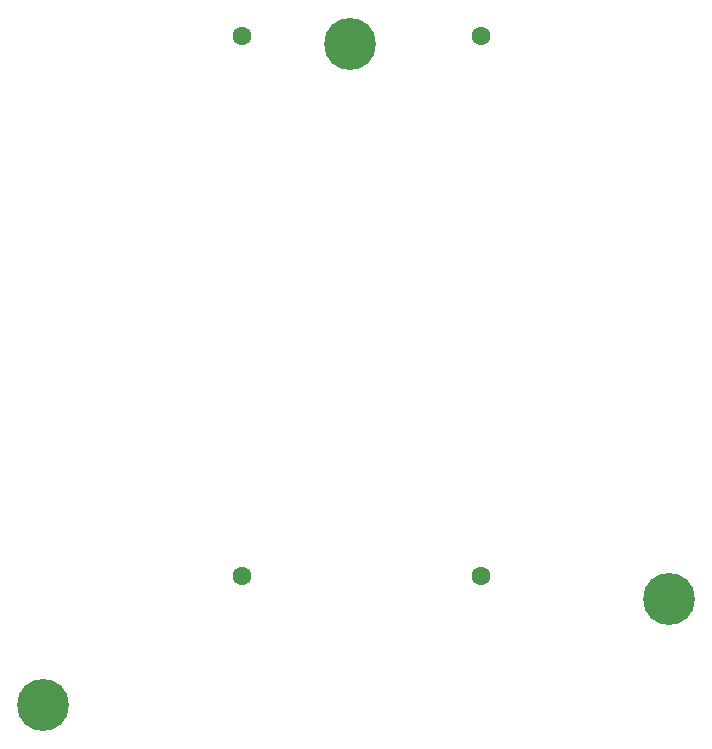
<source format=gbs>
%TF.GenerationSoftware,KiCad,Pcbnew,8.0.4*%
%TF.CreationDate,2024-09-18T19:52:05+02:00*%
%TF.ProjectId,fredo,66726564-6f2e-46b6-9963-61645f706362,rev?*%
%TF.SameCoordinates,Original*%
%TF.FileFunction,Soldermask,Bot*%
%TF.FilePolarity,Negative*%
%FSLAX46Y46*%
G04 Gerber Fmt 4.6, Leading zero omitted, Abs format (unit mm)*
G04 Created by KiCad (PCBNEW 8.0.4) date 2024-09-18 19:52:05*
%MOMM*%
%LPD*%
G01*
G04 APERTURE LIST*
%ADD10C,4.400000*%
%ADD11C,1.600000*%
G04 APERTURE END LIST*
D10*
%TO.C,H3*%
X87000000Y-87000000D03*
%TD*%
D11*
%TO.C,J1*%
X50820000Y-39370000D03*
X50820000Y-85090000D03*
%TD*%
D10*
%TO.C,H2*%
X34000000Y-96000000D03*
%TD*%
D11*
%TO.C,J2*%
X71100000Y-39370000D03*
X71100000Y-85090000D03*
%TD*%
D10*
%TO.C,H1*%
X60000000Y-40000000D03*
%TD*%
M02*

</source>
